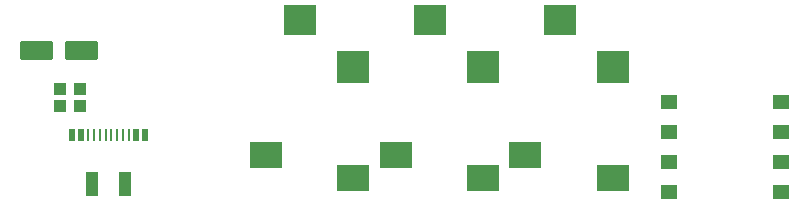
<source format=gbr>
G04 EAGLE Gerber RS-274X export*
G75*
%MOMM*%
%FSLAX34Y34*%
%LPD*%
%INSolderpaste Top*%
%IPPOS*%
%AMOC8*
5,1,8,0,0,1.08239X$1,22.5*%
G01*
%ADD10R,2.800000X2.600000*%
%ADD11R,2.800000X2.200000*%
%ADD12R,2.800000X2.800000*%
%ADD13R,0.520000X1.000000*%
%ADD14R,0.270000X1.000000*%
%ADD15R,1.000000X2.000000*%
%ADD16R,1.400000X1.300000*%
%ADD17R,1.100000X1.000000*%
%ADD18C,0.395000*%


D10*
X502500Y158000D03*
D11*
X473000Y44000D03*
X547000Y24000D03*
D12*
X547000Y118000D03*
D13*
X89000Y61000D03*
X151000Y61000D03*
X96500Y61000D03*
X143500Y61000D03*
D14*
X102500Y61000D03*
X137500Y61000D03*
X107500Y61000D03*
X112500Y61000D03*
X117500Y61000D03*
X122500Y61000D03*
X127500Y61000D03*
X132500Y61000D03*
D15*
X106000Y19000D03*
X134000Y19000D03*
D16*
X594200Y12200D03*
X594200Y37600D03*
X594200Y63000D03*
X594200Y88400D03*
X689600Y12900D03*
X689600Y38300D03*
X689600Y63700D03*
X689600Y89100D03*
D10*
X282500Y158000D03*
D11*
X253000Y44000D03*
X327000Y24000D03*
D12*
X327000Y118000D03*
D10*
X392500Y158000D03*
D11*
X363000Y44000D03*
X437000Y24000D03*
D12*
X437000Y118000D03*
D17*
X96000Y85000D03*
X79000Y85000D03*
X96000Y100000D03*
X79000Y100000D03*
D18*
X84925Y138425D02*
X108575Y138425D01*
X108575Y126575D01*
X84925Y126575D01*
X84925Y138425D01*
X84925Y130327D02*
X108575Y130327D01*
X108575Y134079D02*
X84925Y134079D01*
X84925Y137831D02*
X108575Y137831D01*
X70075Y138425D02*
X46425Y138425D01*
X70075Y138425D02*
X70075Y126575D01*
X46425Y126575D01*
X46425Y138425D01*
X46425Y130327D02*
X70075Y130327D01*
X70075Y134079D02*
X46425Y134079D01*
X46425Y137831D02*
X70075Y137831D01*
M02*

</source>
